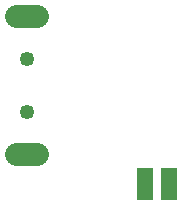
<source format=gbr>
G04 EAGLE Gerber RS-274X export*
G75*
%MOMM*%
%FSLAX34Y34*%
%LPD*%
%INSoldermask Bottom*%
%IPPOS*%
%AMOC8*
5,1,8,0,0,1.08239X$1,22.5*%
G01*
%ADD10C,1.930400*%
%ADD11C,1.252400*%
%ADD12C,0.952400*%
%ADD13R,1.422400X2.692400*%


D10*
X33040Y160100D02*
X15260Y160100D01*
X15260Y43100D02*
X33040Y43100D01*
D11*
X24850Y124100D03*
X24850Y79100D03*
D12*
X28150Y43100D03*
X32150Y43100D03*
X20150Y43100D03*
X16150Y43100D03*
X28150Y160100D03*
X32150Y160100D03*
X20150Y160100D03*
X16150Y160100D03*
D13*
X144780Y17780D03*
X124460Y17780D03*
M02*

</source>
